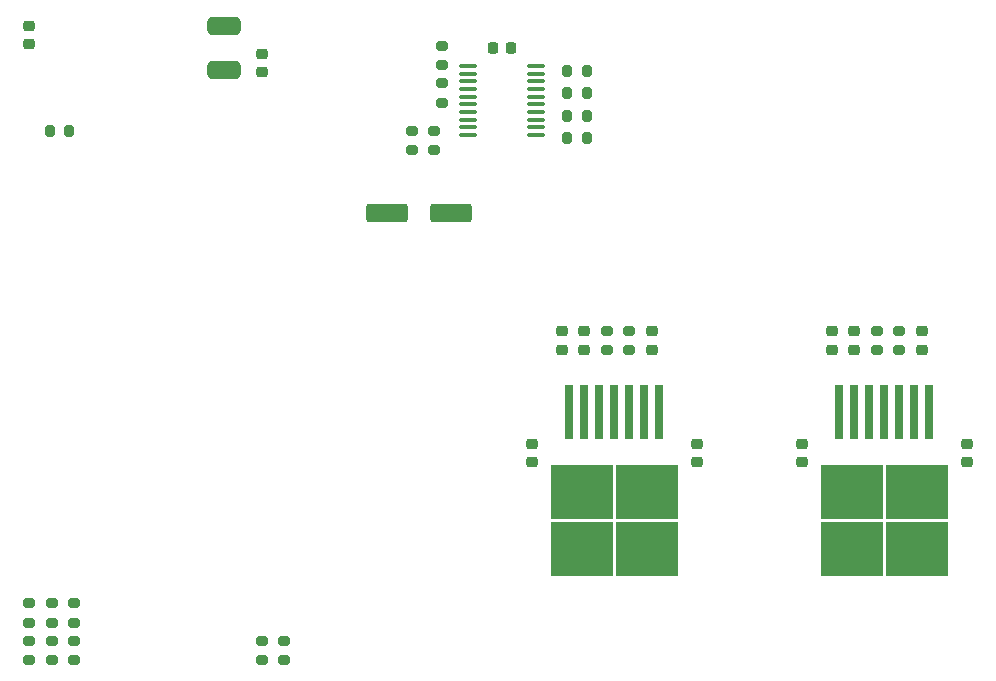
<source format=gbr>
%TF.GenerationSoftware,KiCad,Pcbnew,6.0.2+dfsg-1*%
%TF.CreationDate,2022-12-07T15:13:48-05:00*%
%TF.ProjectId,dragon-lair-board,64726167-6f6e-42d6-9c61-69722d626f61,rev?*%
%TF.SameCoordinates,Original*%
%TF.FileFunction,Paste,Top*%
%TF.FilePolarity,Positive*%
%FSLAX46Y46*%
G04 Gerber Fmt 4.6, Leading zero omitted, Abs format (unit mm)*
G04 Created by KiCad (PCBNEW 6.0.2+dfsg-1) date 2022-12-07 15:13:48*
%MOMM*%
%LPD*%
G01*
G04 APERTURE LIST*
G04 Aperture macros list*
%AMRoundRect*
0 Rectangle with rounded corners*
0 $1 Rounding radius*
0 $2 $3 $4 $5 $6 $7 $8 $9 X,Y pos of 4 corners*
0 Add a 4 corners polygon primitive as box body*
4,1,4,$2,$3,$4,$5,$6,$7,$8,$9,$2,$3,0*
0 Add four circle primitives for the rounded corners*
1,1,$1+$1,$2,$3*
1,1,$1+$1,$4,$5*
1,1,$1+$1,$6,$7*
1,1,$1+$1,$8,$9*
0 Add four rect primitives between the rounded corners*
20,1,$1+$1,$2,$3,$4,$5,0*
20,1,$1+$1,$4,$5,$6,$7,0*
20,1,$1+$1,$6,$7,$8,$9,0*
20,1,$1+$1,$8,$9,$2,$3,0*%
G04 Aperture macros list end*
%ADD10RoundRect,0.200000X0.275000X-0.200000X0.275000X0.200000X-0.275000X0.200000X-0.275000X-0.200000X0*%
%ADD11R,5.250000X4.550000*%
%ADD12R,0.800000X4.600000*%
%ADD13RoundRect,0.200000X0.200000X0.275000X-0.200000X0.275000X-0.200000X-0.275000X0.200000X-0.275000X0*%
%ADD14RoundRect,0.200000X-0.275000X0.200000X-0.275000X-0.200000X0.275000X-0.200000X0.275000X0.200000X0*%
%ADD15RoundRect,0.225000X-0.250000X0.225000X-0.250000X-0.225000X0.250000X-0.225000X0.250000X0.225000X0*%
%ADD16RoundRect,0.225000X0.250000X-0.225000X0.250000X0.225000X-0.250000X0.225000X-0.250000X-0.225000X0*%
%ADD17RoundRect,0.250000X1.500000X0.550000X-1.500000X0.550000X-1.500000X-0.550000X1.500000X-0.550000X0*%
%ADD18RoundRect,0.400000X-1.000000X0.400000X-1.000000X-0.400000X1.000000X-0.400000X1.000000X0.400000X0*%
%ADD19RoundRect,0.200000X-0.200000X-0.275000X0.200000X-0.275000X0.200000X0.275000X-0.200000X0.275000X0*%
%ADD20RoundRect,0.100000X-0.637500X-0.100000X0.637500X-0.100000X0.637500X0.100000X-0.637500X0.100000X0*%
%ADD21RoundRect,0.225000X0.225000X0.250000X-0.225000X0.250000X-0.225000X-0.250000X0.225000X-0.250000X0*%
G04 APERTURE END LIST*
D10*
%TO.C,R3*%
X97790000Y-71500000D03*
X97790000Y-69850000D03*
%TD*%
D11*
%TO.C,Q1*%
X138665000Y-100445000D03*
X133115000Y-100445000D03*
X133115000Y-105295000D03*
X138665000Y-105295000D03*
D12*
X139700000Y-93720000D03*
X138430000Y-93720000D03*
X137160000Y-93720000D03*
X135890000Y-93720000D03*
X134620000Y-93720000D03*
X133350000Y-93720000D03*
X132080000Y-93720000D03*
%TD*%
D13*
%TO.C,R14*%
X110680000Y-70485000D03*
X109030000Y-70485000D03*
%TD*%
D14*
%TO.C,R2*%
X63500000Y-109855000D03*
X63500000Y-111505000D03*
%TD*%
D15*
%TO.C,C2*%
X63500000Y-60960000D03*
X63500000Y-62510000D03*
%TD*%
D10*
%TO.C,R20*%
X65405000Y-111505000D03*
X65405000Y-109855000D03*
%TD*%
%TO.C,R13*%
X95885000Y-71500000D03*
X95885000Y-69850000D03*
%TD*%
D14*
%TO.C,R19*%
X67310000Y-109855000D03*
X67310000Y-111505000D03*
%TD*%
D16*
%TO.C,C5*%
X108585000Y-88405000D03*
X108585000Y-86855000D03*
%TD*%
%TO.C,C9*%
X142875000Y-97930000D03*
X142875000Y-96380000D03*
%TD*%
D10*
%TO.C,R16*%
X137160000Y-88455000D03*
X137160000Y-86805000D03*
%TD*%
D17*
%TO.C,C4*%
X99220000Y-76835000D03*
X93820000Y-76835000D03*
%TD*%
D16*
%TO.C,C14*%
X110490000Y-88405000D03*
X110490000Y-86855000D03*
%TD*%
D14*
%TO.C,R21*%
X67310000Y-113030000D03*
X67310000Y-114680000D03*
%TD*%
D10*
%TO.C,R18*%
X112395000Y-88455000D03*
X112395000Y-86805000D03*
%TD*%
D18*
%TO.C,D1*%
X80010000Y-60960000D03*
X80010000Y-64760000D03*
%TD*%
D13*
%TO.C,R9*%
X110680000Y-66675000D03*
X109030000Y-66675000D03*
%TD*%
D10*
%TO.C,R22*%
X65405000Y-114680000D03*
X65405000Y-113030000D03*
%TD*%
%TO.C,R15*%
X135255000Y-88455000D03*
X135255000Y-86805000D03*
%TD*%
D13*
%TO.C,R12*%
X110680000Y-68580000D03*
X109030000Y-68580000D03*
%TD*%
D16*
%TO.C,C1*%
X83185000Y-64910000D03*
X83185000Y-63360000D03*
%TD*%
D10*
%TO.C,R6*%
X83185000Y-114680000D03*
X83185000Y-113030000D03*
%TD*%
D16*
%TO.C,C6*%
X131445000Y-88405000D03*
X131445000Y-86855000D03*
%TD*%
D19*
%TO.C,R11*%
X65215000Y-69850000D03*
X66865000Y-69850000D03*
%TD*%
D16*
%TO.C,C12*%
X139065000Y-88405000D03*
X139065000Y-86855000D03*
%TD*%
D10*
%TO.C,R5*%
X85090000Y-114680000D03*
X85090000Y-113030000D03*
%TD*%
%TO.C,R10*%
X98425000Y-67500000D03*
X98425000Y-65850000D03*
%TD*%
D15*
%TO.C,C7*%
X128905000Y-96380000D03*
X128905000Y-97930000D03*
%TD*%
D10*
%TO.C,R17*%
X114300000Y-88455000D03*
X114300000Y-86805000D03*
%TD*%
D16*
%TO.C,C11*%
X133350000Y-88405000D03*
X133350000Y-86855000D03*
%TD*%
D11*
%TO.C,Q2*%
X115805000Y-105295000D03*
X110255000Y-105295000D03*
X110255000Y-100445000D03*
X115805000Y-100445000D03*
D12*
X116840000Y-93720000D03*
X115570000Y-93720000D03*
X114300000Y-93720000D03*
X113030000Y-93720000D03*
X111760000Y-93720000D03*
X110490000Y-93720000D03*
X109220000Y-93720000D03*
%TD*%
D14*
%TO.C,R8*%
X98425000Y-62675000D03*
X98425000Y-64325000D03*
%TD*%
D13*
%TO.C,R7*%
X110680000Y-64770000D03*
X109030000Y-64770000D03*
%TD*%
D16*
%TO.C,C13*%
X116205000Y-88405000D03*
X116205000Y-86855000D03*
%TD*%
%TO.C,C10*%
X120015000Y-97930000D03*
X120015000Y-96380000D03*
%TD*%
D20*
%TO.C,U7*%
X100642500Y-64385000D03*
X100642500Y-65035000D03*
X100642500Y-65685000D03*
X100642500Y-66335000D03*
X100642500Y-66985000D03*
X100642500Y-67635000D03*
X100642500Y-68285000D03*
X100642500Y-68935000D03*
X100642500Y-69585000D03*
X100642500Y-70235000D03*
X106367500Y-70235000D03*
X106367500Y-69585000D03*
X106367500Y-68935000D03*
X106367500Y-68285000D03*
X106367500Y-67635000D03*
X106367500Y-66985000D03*
X106367500Y-66335000D03*
X106367500Y-65685000D03*
X106367500Y-65035000D03*
X106367500Y-64385000D03*
%TD*%
D14*
%TO.C,R1*%
X63500000Y-113030000D03*
X63500000Y-114680000D03*
%TD*%
D21*
%TO.C,C3*%
X104280000Y-62865000D03*
X102730000Y-62865000D03*
%TD*%
D15*
%TO.C,C8*%
X106045000Y-96380000D03*
X106045000Y-97930000D03*
%TD*%
M02*

</source>
